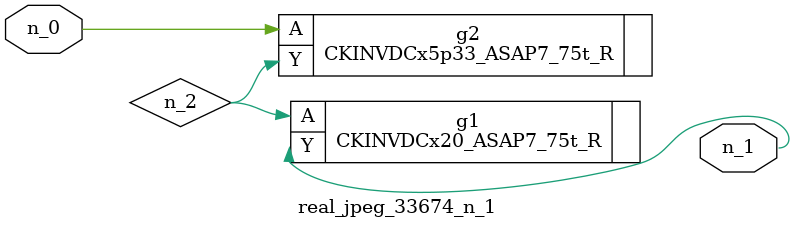
<source format=v>
module real_jpeg_33674_n_1 (n_0, n_1);

input n_0;

output n_1;

wire n_2;

CKINVDCx5p33_ASAP7_75t_R g2 ( 
.A(n_0),
.Y(n_2)
);

CKINVDCx20_ASAP7_75t_R g1 ( 
.A(n_2),
.Y(n_1)
);


endmodule
</source>
